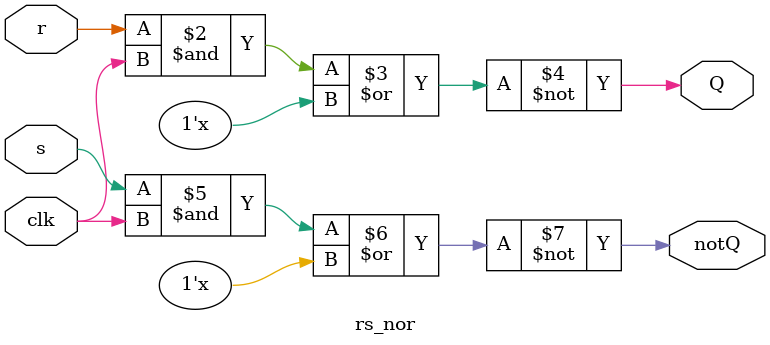
<source format=v>
`timescale 1ns / 1ps

module rs_nor(
    input r, s, clk,
    output reg Q, notQ
    );
    always @(*) begin
        Q <= ~((r & clk) | notQ);
        notQ <= ~((s & clk) | Q);
    end
endmodule
</source>
